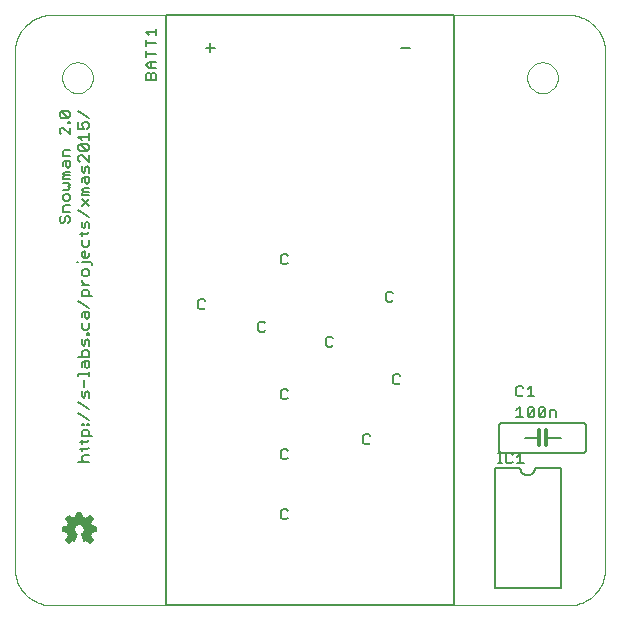
<source format=gto>
G75*
G70*
%OFA0B0*%
%FSLAX24Y24*%
%IPPOS*%
%LPD*%
%AMOC8*
5,1,8,0,0,1.08239X$1,22.5*
%
%ADD10C,0.0000*%
%ADD11C,0.0060*%
%ADD12C,0.0120*%
%ADD13C,0.0050*%
%ADD14C,0.0080*%
D10*
X000559Y001809D02*
X000559Y018994D01*
X000561Y019062D01*
X000566Y019129D01*
X000575Y019196D01*
X000588Y019263D01*
X000605Y019328D01*
X000624Y019393D01*
X000648Y019457D01*
X000675Y019519D01*
X000705Y019580D01*
X000738Y019638D01*
X000774Y019695D01*
X000814Y019750D01*
X000856Y019803D01*
X000902Y019854D01*
X000949Y019901D01*
X001000Y019947D01*
X001053Y019989D01*
X001108Y020029D01*
X001165Y020065D01*
X001223Y020098D01*
X001284Y020128D01*
X001346Y020155D01*
X001410Y020179D01*
X001475Y020198D01*
X001540Y020215D01*
X001607Y020228D01*
X001674Y020237D01*
X001741Y020242D01*
X001809Y020244D01*
X018994Y020244D01*
X019062Y020242D01*
X019129Y020237D01*
X019196Y020228D01*
X019263Y020215D01*
X019328Y020198D01*
X019393Y020179D01*
X019457Y020155D01*
X019519Y020128D01*
X019580Y020098D01*
X019638Y020065D01*
X019695Y020029D01*
X019750Y019989D01*
X019803Y019947D01*
X019854Y019901D01*
X019901Y019854D01*
X019947Y019803D01*
X019989Y019750D01*
X020029Y019695D01*
X020065Y019638D01*
X020098Y019580D01*
X020128Y019519D01*
X020155Y019457D01*
X020179Y019393D01*
X020198Y019328D01*
X020215Y019263D01*
X020228Y019196D01*
X020237Y019129D01*
X020242Y019062D01*
X020244Y018994D01*
X020244Y001809D01*
X020242Y001741D01*
X020237Y001674D01*
X020228Y001607D01*
X020215Y001540D01*
X020198Y001475D01*
X020179Y001410D01*
X020155Y001346D01*
X020128Y001284D01*
X020098Y001223D01*
X020065Y001165D01*
X020029Y001108D01*
X019989Y001053D01*
X019947Y001000D01*
X019901Y000949D01*
X019854Y000902D01*
X019803Y000856D01*
X019750Y000814D01*
X019695Y000774D01*
X019638Y000738D01*
X019580Y000705D01*
X019519Y000675D01*
X019457Y000648D01*
X019393Y000624D01*
X019328Y000605D01*
X019263Y000588D01*
X019196Y000575D01*
X019129Y000566D01*
X019062Y000561D01*
X018994Y000559D01*
X001809Y000559D01*
X001741Y000561D01*
X001674Y000566D01*
X001607Y000575D01*
X001540Y000588D01*
X001475Y000605D01*
X001410Y000624D01*
X001346Y000648D01*
X001284Y000675D01*
X001223Y000705D01*
X001165Y000738D01*
X001108Y000774D01*
X001053Y000814D01*
X001000Y000856D01*
X000949Y000902D01*
X000902Y000949D01*
X000856Y001000D01*
X000814Y001053D01*
X000774Y001108D01*
X000738Y001165D01*
X000705Y001223D01*
X000675Y001284D01*
X000648Y001346D01*
X000624Y001410D01*
X000605Y001475D01*
X000588Y001540D01*
X000575Y001607D01*
X000566Y001674D01*
X000561Y001741D01*
X000559Y001809D01*
X002139Y018151D02*
X002141Y018196D01*
X002147Y018240D01*
X002156Y018284D01*
X002170Y018326D01*
X002187Y018367D01*
X002208Y018407D01*
X002232Y018445D01*
X002259Y018480D01*
X002289Y018513D01*
X002322Y018543D01*
X002357Y018570D01*
X002395Y018594D01*
X002435Y018615D01*
X002476Y018632D01*
X002518Y018646D01*
X002562Y018655D01*
X002606Y018661D01*
X002651Y018663D01*
X002696Y018661D01*
X002740Y018655D01*
X002784Y018646D01*
X002826Y018632D01*
X002867Y018615D01*
X002907Y018594D01*
X002945Y018570D01*
X002980Y018543D01*
X003013Y018513D01*
X003043Y018480D01*
X003070Y018445D01*
X003094Y018407D01*
X003115Y018367D01*
X003132Y018326D01*
X003146Y018284D01*
X003155Y018240D01*
X003161Y018196D01*
X003163Y018151D01*
X003161Y018106D01*
X003155Y018062D01*
X003146Y018018D01*
X003132Y017976D01*
X003115Y017935D01*
X003094Y017895D01*
X003070Y017857D01*
X003043Y017822D01*
X003013Y017789D01*
X002980Y017759D01*
X002945Y017732D01*
X002907Y017708D01*
X002867Y017687D01*
X002826Y017670D01*
X002784Y017656D01*
X002740Y017647D01*
X002696Y017641D01*
X002651Y017639D01*
X002606Y017641D01*
X002562Y017647D01*
X002518Y017656D01*
X002476Y017670D01*
X002435Y017687D01*
X002395Y017708D01*
X002357Y017732D01*
X002322Y017759D01*
X002289Y017789D01*
X002259Y017822D01*
X002232Y017857D01*
X002208Y017895D01*
X002187Y017935D01*
X002170Y017976D01*
X002156Y018018D01*
X002147Y018062D01*
X002141Y018106D01*
X002139Y018151D01*
X017639Y018151D02*
X017641Y018196D01*
X017647Y018240D01*
X017656Y018284D01*
X017670Y018326D01*
X017687Y018367D01*
X017708Y018407D01*
X017732Y018445D01*
X017759Y018480D01*
X017789Y018513D01*
X017822Y018543D01*
X017857Y018570D01*
X017895Y018594D01*
X017935Y018615D01*
X017976Y018632D01*
X018018Y018646D01*
X018062Y018655D01*
X018106Y018661D01*
X018151Y018663D01*
X018196Y018661D01*
X018240Y018655D01*
X018284Y018646D01*
X018326Y018632D01*
X018367Y018615D01*
X018407Y018594D01*
X018445Y018570D01*
X018480Y018543D01*
X018513Y018513D01*
X018543Y018480D01*
X018570Y018445D01*
X018594Y018407D01*
X018615Y018367D01*
X018632Y018326D01*
X018646Y018284D01*
X018655Y018240D01*
X018661Y018196D01*
X018663Y018151D01*
X018661Y018106D01*
X018655Y018062D01*
X018646Y018018D01*
X018632Y017976D01*
X018615Y017935D01*
X018594Y017895D01*
X018570Y017857D01*
X018543Y017822D01*
X018513Y017789D01*
X018480Y017759D01*
X018445Y017732D01*
X018407Y017708D01*
X018367Y017687D01*
X018326Y017670D01*
X018284Y017656D01*
X018240Y017647D01*
X018196Y017641D01*
X018151Y017639D01*
X018106Y017641D01*
X018062Y017647D01*
X018018Y017656D01*
X017976Y017670D01*
X017935Y017687D01*
X017895Y017708D01*
X017857Y017732D01*
X017822Y017759D01*
X017789Y017789D01*
X017759Y017822D01*
X017732Y017857D01*
X017708Y017895D01*
X017687Y017935D01*
X017670Y017976D01*
X017656Y018018D01*
X017647Y018062D01*
X017641Y018106D01*
X017639Y018151D01*
D11*
X013101Y011022D02*
X012988Y011022D01*
X012931Y010965D01*
X012931Y010738D01*
X012988Y010681D01*
X013101Y010681D01*
X013158Y010738D01*
X013158Y010965D02*
X013101Y011022D01*
X011158Y009465D02*
X011101Y009522D01*
X010988Y009522D01*
X010931Y009465D01*
X010931Y009238D01*
X010988Y009181D01*
X011101Y009181D01*
X011158Y009238D01*
X009658Y007715D02*
X009601Y007772D01*
X009488Y007772D01*
X009431Y007715D01*
X009431Y007488D01*
X009488Y007431D01*
X009601Y007431D01*
X009658Y007488D01*
X009601Y005772D02*
X009488Y005772D01*
X009431Y005715D01*
X009431Y005488D01*
X009488Y005431D01*
X009601Y005431D01*
X009658Y005488D01*
X009658Y005715D02*
X009601Y005772D01*
X009601Y003772D02*
X009488Y003772D01*
X009431Y003715D01*
X009431Y003488D01*
X009488Y003431D01*
X009601Y003431D01*
X009658Y003488D01*
X009658Y003715D02*
X009601Y003772D01*
X012181Y005988D02*
X012238Y005931D01*
X012351Y005931D01*
X012408Y005988D01*
X012181Y005988D02*
X012181Y006215D01*
X012238Y006272D01*
X012351Y006272D01*
X012408Y006215D01*
X013238Y007931D02*
X013351Y007931D01*
X013408Y007988D01*
X013238Y007931D02*
X013181Y007988D01*
X013181Y008215D01*
X013238Y008272D01*
X013351Y008272D01*
X013408Y008215D01*
X016551Y005151D02*
X016551Y001151D01*
X018751Y001151D01*
X018751Y005151D01*
X017901Y005151D01*
X017899Y005121D01*
X017894Y005091D01*
X017885Y005062D01*
X017872Y005035D01*
X017857Y005009D01*
X017838Y004985D01*
X017817Y004964D01*
X017793Y004945D01*
X017767Y004930D01*
X017740Y004917D01*
X017711Y004908D01*
X017681Y004903D01*
X017651Y004901D01*
X017621Y004903D01*
X017591Y004908D01*
X017562Y004917D01*
X017535Y004930D01*
X017509Y004945D01*
X017485Y004964D01*
X017464Y004985D01*
X017445Y005009D01*
X017430Y005035D01*
X017417Y005062D01*
X017408Y005091D01*
X017403Y005121D01*
X017401Y005151D01*
X016551Y005151D01*
X016681Y005291D02*
X016795Y005291D01*
X016738Y005291D02*
X016738Y005632D01*
X016681Y005632D02*
X016795Y005632D01*
X016801Y005651D02*
X019501Y005651D01*
X019518Y005653D01*
X019535Y005657D01*
X019551Y005664D01*
X019565Y005674D01*
X019578Y005687D01*
X019588Y005701D01*
X019595Y005717D01*
X019599Y005734D01*
X019601Y005751D01*
X019601Y006551D01*
X019599Y006568D01*
X019595Y006585D01*
X019588Y006601D01*
X019578Y006615D01*
X019565Y006628D01*
X019551Y006638D01*
X019535Y006645D01*
X019518Y006649D01*
X019501Y006651D01*
X016801Y006651D01*
X016784Y006649D01*
X016767Y006645D01*
X016751Y006638D01*
X016737Y006628D01*
X016724Y006615D01*
X016714Y006601D01*
X016707Y006585D01*
X016703Y006568D01*
X016701Y006551D01*
X016701Y005751D01*
X016703Y005734D01*
X016707Y005717D01*
X016714Y005701D01*
X016724Y005687D01*
X016737Y005674D01*
X016751Y005664D01*
X016767Y005657D01*
X016784Y005653D01*
X016801Y005651D01*
X016927Y005575D02*
X016927Y005348D01*
X016983Y005291D01*
X017097Y005291D01*
X017154Y005348D01*
X017295Y005291D02*
X017522Y005291D01*
X017409Y005291D02*
X017409Y005632D01*
X017295Y005518D01*
X017154Y005575D02*
X017097Y005632D01*
X016983Y005632D01*
X016927Y005575D01*
X017551Y006151D02*
X018021Y006151D01*
X018271Y006151D02*
X018751Y006151D01*
X018613Y006831D02*
X018613Y007001D01*
X018556Y007058D01*
X018386Y007058D01*
X018386Y006831D01*
X018245Y006888D02*
X018188Y006831D01*
X018075Y006831D01*
X018018Y006888D01*
X018245Y007115D01*
X018245Y006888D01*
X018245Y007115D02*
X018188Y007172D01*
X018075Y007172D01*
X018018Y007115D01*
X018018Y006888D01*
X017876Y006888D02*
X017820Y006831D01*
X017706Y006831D01*
X017650Y006888D01*
X017876Y007115D01*
X017876Y006888D01*
X017650Y006888D02*
X017650Y007115D01*
X017706Y007172D01*
X017820Y007172D01*
X017876Y007115D01*
X017876Y007531D02*
X017650Y007531D01*
X017763Y007531D02*
X017763Y007872D01*
X017650Y007758D01*
X017508Y007815D02*
X017451Y007872D01*
X017338Y007872D01*
X017281Y007815D01*
X017281Y007588D01*
X017338Y007531D01*
X017451Y007531D01*
X017508Y007588D01*
X017395Y007172D02*
X017395Y006831D01*
X017508Y006831D02*
X017281Y006831D01*
X017281Y007058D02*
X017395Y007172D01*
X009658Y011988D02*
X009601Y011931D01*
X009488Y011931D01*
X009431Y011988D01*
X009431Y012215D01*
X009488Y012272D01*
X009601Y012272D01*
X009658Y012215D01*
X008851Y010022D02*
X008738Y010022D01*
X008681Y009965D01*
X008681Y009738D01*
X008738Y009681D01*
X008851Y009681D01*
X008908Y009738D01*
X008908Y009965D02*
X008851Y010022D01*
X006908Y010488D02*
X006851Y010431D01*
X006738Y010431D01*
X006681Y010488D01*
X006681Y010715D01*
X006738Y010772D01*
X006851Y010772D01*
X006908Y010715D01*
X003135Y010858D02*
X002794Y010858D01*
X002794Y011028D01*
X002851Y011085D01*
X002965Y011085D01*
X003021Y011028D01*
X003021Y010858D01*
X003021Y011227D02*
X002794Y011227D01*
X002794Y011340D02*
X002908Y011227D01*
X002794Y011340D02*
X002794Y011397D01*
X002851Y011534D02*
X002965Y011534D01*
X003021Y011590D01*
X003021Y011704D01*
X002965Y011760D01*
X002851Y011760D01*
X002794Y011704D01*
X002794Y011590D01*
X002851Y011534D01*
X003135Y011902D02*
X003135Y011959D01*
X003078Y012015D01*
X002794Y012015D01*
X002681Y012015D02*
X002624Y012015D01*
X002794Y012204D02*
X002794Y012317D01*
X002851Y012374D01*
X002908Y012374D01*
X002908Y012147D01*
X002965Y012147D02*
X002851Y012147D01*
X002794Y012204D01*
X002965Y012147D02*
X003021Y012204D01*
X003021Y012317D01*
X002965Y012516D02*
X002851Y012516D01*
X002794Y012572D01*
X002794Y012742D01*
X002794Y012884D02*
X002794Y012997D01*
X002738Y012941D02*
X002965Y012941D01*
X003021Y012997D01*
X003021Y013129D02*
X003021Y013300D01*
X002965Y013356D01*
X002908Y013300D01*
X002908Y013186D01*
X002851Y013129D01*
X002794Y013186D01*
X002794Y013356D01*
X003021Y013498D02*
X002681Y013725D01*
X002794Y013866D02*
X003021Y014093D01*
X003021Y014234D02*
X002794Y014234D01*
X002794Y014291D01*
X002851Y014348D01*
X002794Y014404D01*
X002851Y014461D01*
X003021Y014461D01*
X003021Y014348D02*
X002851Y014348D01*
X002794Y014093D02*
X003021Y013866D01*
X002396Y013909D02*
X002226Y013909D01*
X002169Y013852D01*
X002169Y013682D01*
X002396Y013682D01*
X002340Y013541D02*
X002396Y013484D01*
X002396Y013371D01*
X002340Y013314D01*
X002226Y013371D02*
X002226Y013484D01*
X002283Y013541D01*
X002340Y013541D01*
X002226Y013371D02*
X002169Y013314D01*
X002113Y013314D01*
X002056Y013371D01*
X002056Y013484D01*
X002113Y013541D01*
X002226Y014051D02*
X002340Y014051D01*
X002396Y014107D01*
X002396Y014221D01*
X002340Y014277D01*
X002226Y014277D01*
X002169Y014221D01*
X002169Y014107D01*
X002226Y014051D01*
X002169Y014419D02*
X002340Y014419D01*
X002396Y014476D01*
X002340Y014532D01*
X002396Y014589D01*
X002340Y014646D01*
X002169Y014646D01*
X002169Y014787D02*
X002169Y014844D01*
X002226Y014901D01*
X002169Y014957D01*
X002226Y015014D01*
X002396Y015014D01*
X002396Y014901D02*
X002226Y014901D01*
X002169Y014787D02*
X002396Y014787D01*
X002340Y015156D02*
X002283Y015212D01*
X002283Y015382D01*
X002226Y015382D02*
X002396Y015382D01*
X002396Y015212D01*
X002340Y015156D01*
X002169Y015212D02*
X002169Y015326D01*
X002226Y015382D01*
X002169Y015524D02*
X002169Y015694D01*
X002226Y015751D01*
X002396Y015751D01*
X002396Y015524D02*
X002169Y015524D01*
X002681Y015509D02*
X002681Y015396D01*
X002738Y015339D01*
X002794Y015198D02*
X002794Y015028D01*
X002851Y014971D01*
X002908Y015028D01*
X002908Y015141D01*
X002965Y015198D01*
X003021Y015141D01*
X003021Y014971D01*
X003021Y014830D02*
X003021Y014659D01*
X002965Y014603D01*
X002908Y014659D01*
X002908Y014830D01*
X002851Y014830D02*
X003021Y014830D01*
X002851Y014830D02*
X002794Y014773D01*
X002794Y014659D01*
X003021Y015339D02*
X002794Y015566D01*
X002738Y015566D01*
X002681Y015509D01*
X002738Y015708D02*
X002681Y015764D01*
X002681Y015878D01*
X002738Y015934D01*
X002965Y015708D01*
X003021Y015764D01*
X003021Y015878D01*
X002965Y015934D01*
X002738Y015934D01*
X002794Y016076D02*
X002681Y016189D01*
X003021Y016189D01*
X003021Y016076D02*
X003021Y016303D01*
X002965Y016444D02*
X003021Y016501D01*
X003021Y016614D01*
X002965Y016671D01*
X002851Y016671D01*
X002794Y016614D01*
X002794Y016558D01*
X002851Y016444D01*
X002681Y016444D01*
X002681Y016671D01*
X002396Y016685D02*
X002396Y016629D01*
X002340Y016629D01*
X002340Y016685D01*
X002396Y016685D01*
X002340Y016813D02*
X002113Y017040D01*
X002340Y017040D01*
X002396Y016983D01*
X002396Y016870D01*
X002340Y016813D01*
X002113Y016813D01*
X002056Y016870D01*
X002056Y016983D01*
X002113Y017040D01*
X002113Y016487D02*
X002056Y016431D01*
X002056Y016317D01*
X002113Y016260D01*
X002113Y016487D02*
X002169Y016487D01*
X002396Y016260D01*
X002396Y016487D01*
X002681Y017039D02*
X003021Y016813D01*
X002965Y015708D02*
X002738Y015708D01*
X003021Y015566D02*
X003021Y015339D01*
X003021Y012742D02*
X003021Y012572D01*
X002965Y012516D01*
X002681Y010717D02*
X003021Y010490D01*
X003021Y010349D02*
X002851Y010349D01*
X002794Y010292D01*
X002794Y010178D01*
X002908Y010178D02*
X002908Y010349D01*
X003021Y010349D02*
X003021Y010178D01*
X002965Y010122D01*
X002908Y010178D01*
X003021Y009980D02*
X003021Y009810D01*
X002965Y009753D01*
X002851Y009753D01*
X002794Y009810D01*
X002794Y009980D01*
X002965Y009626D02*
X003021Y009626D01*
X003021Y009569D01*
X002965Y009569D01*
X002965Y009626D01*
X002965Y009428D02*
X002908Y009371D01*
X002908Y009258D01*
X002851Y009201D01*
X002794Y009258D01*
X002794Y009428D01*
X002965Y009428D02*
X003021Y009371D01*
X003021Y009201D01*
X002965Y009059D02*
X002851Y009059D01*
X002794Y009003D01*
X002794Y008833D01*
X002681Y008833D02*
X003021Y008833D01*
X003021Y009003D01*
X002965Y009059D01*
X003021Y008691D02*
X002851Y008691D01*
X002794Y008634D01*
X002794Y008521D01*
X002908Y008521D02*
X002908Y008691D01*
X003021Y008691D02*
X003021Y008521D01*
X002965Y008464D01*
X002908Y008521D01*
X003021Y008332D02*
X003021Y008219D01*
X003021Y008276D02*
X002681Y008276D01*
X002681Y008219D01*
X002851Y008077D02*
X002851Y007851D01*
X002794Y007709D02*
X002794Y007539D01*
X002851Y007482D01*
X002908Y007539D01*
X002908Y007652D01*
X002965Y007709D01*
X003021Y007652D01*
X003021Y007482D01*
X003021Y007114D02*
X002681Y007341D01*
X002681Y006972D02*
X003021Y006746D01*
X003021Y006618D02*
X003021Y006561D01*
X002965Y006561D01*
X002965Y006618D01*
X003021Y006618D01*
X002851Y006618D02*
X002851Y006561D01*
X002794Y006561D01*
X002794Y006618D01*
X002851Y006618D01*
X002851Y006420D02*
X002965Y006420D01*
X003021Y006363D01*
X003021Y006193D01*
X003135Y006193D02*
X002794Y006193D01*
X002794Y006363D01*
X002851Y006420D01*
X002794Y006061D02*
X002794Y005948D01*
X002738Y006004D02*
X002965Y006004D01*
X003021Y006061D01*
X003021Y005816D02*
X002965Y005759D01*
X002738Y005759D01*
X002794Y005702D02*
X002794Y005816D01*
X002851Y005561D02*
X003021Y005561D01*
X002851Y005561D02*
X002794Y005504D01*
X002794Y005391D01*
X002851Y005334D01*
X002681Y005334D02*
X003021Y005334D01*
X002771Y003651D02*
X002641Y003651D01*
X002611Y003491D01*
X002491Y003441D01*
X002361Y003531D01*
X002271Y003441D01*
X002361Y003311D01*
X002301Y003181D01*
X002151Y003161D01*
X002151Y003031D01*
X002301Y003001D01*
X002351Y002871D01*
X002271Y002741D01*
X002361Y002651D01*
X002481Y002731D01*
X002531Y002701D01*
X002631Y002931D01*
X002601Y002901D02*
X002551Y002951D01*
X002501Y003101D01*
X002551Y003251D01*
X002701Y003301D01*
X002851Y003251D01*
X002951Y003101D01*
X002851Y002901D01*
X002901Y002751D01*
X002951Y002751D01*
X003051Y002701D01*
X003101Y002751D01*
X003051Y002851D01*
X003051Y003001D01*
X003201Y003051D01*
X003251Y003151D01*
X003101Y003151D01*
X003051Y003301D01*
X003101Y003451D01*
X003051Y003501D01*
X002951Y003401D01*
X002801Y003451D01*
X002751Y003601D01*
X002651Y003601D01*
X002651Y003501D01*
X002501Y003401D01*
X002351Y003501D01*
X002301Y003451D01*
X002401Y003301D01*
X002351Y003151D01*
X002201Y003151D01*
X002201Y003051D01*
X002301Y003051D01*
X002401Y002901D01*
X002301Y002751D01*
X002351Y002701D01*
X002501Y002751D01*
X002601Y002901D01*
X002595Y002908D02*
X002397Y002908D01*
X002367Y002849D02*
X002567Y002849D01*
X002528Y002791D02*
X002327Y002791D01*
X002320Y002732D02*
X002444Y002732D01*
X002358Y002966D02*
X002546Y002966D01*
X002527Y003025D02*
X002319Y003025D01*
X002201Y003083D02*
X002507Y003083D01*
X002515Y003142D02*
X002201Y003142D01*
X002368Y003200D02*
X002534Y003200D01*
X002574Y003259D02*
X002387Y003259D01*
X002390Y003318D02*
X003057Y003318D01*
X003061Y003311D02*
X003111Y003191D01*
X003261Y003161D01*
X003261Y003031D01*
X003121Y003001D01*
X003061Y002871D01*
X003151Y002741D01*
X003061Y002651D01*
X002941Y002731D01*
X002881Y002701D01*
X002791Y002931D01*
X002854Y002908D02*
X003051Y002908D01*
X003051Y002966D02*
X002884Y002966D01*
X002913Y003025D02*
X003122Y003025D01*
X003217Y003083D02*
X002942Y003083D01*
X002924Y003142D02*
X003247Y003142D01*
X003085Y003200D02*
X002885Y003200D01*
X002828Y003259D02*
X003065Y003259D01*
X003061Y003311D02*
X003151Y003441D01*
X003061Y003531D01*
X002921Y003441D01*
X002801Y003491D01*
X002771Y003651D01*
X002768Y003552D02*
X002651Y003552D01*
X002639Y003493D02*
X002787Y003493D01*
X002851Y003435D02*
X002551Y003435D01*
X002451Y003435D02*
X002312Y003435D01*
X002343Y003493D02*
X002363Y003493D01*
X002351Y003376D02*
X003076Y003376D01*
X003096Y003435D02*
X002985Y003435D01*
X003043Y003493D02*
X003059Y003493D01*
X002791Y002931D02*
X002813Y002944D01*
X002833Y002960D01*
X002851Y002979D01*
X002866Y003001D01*
X002877Y003024D01*
X002885Y003049D01*
X002889Y003074D01*
X002890Y003100D01*
X002887Y003126D01*
X002880Y003151D01*
X002869Y003174D01*
X002856Y003196D01*
X002839Y003216D01*
X002820Y003233D01*
X002798Y003248D01*
X002774Y003258D01*
X002750Y003266D01*
X002724Y003270D01*
X002698Y003270D01*
X002672Y003266D01*
X002648Y003258D01*
X002624Y003248D01*
X002602Y003233D01*
X002583Y003216D01*
X002566Y003196D01*
X002553Y003174D01*
X002542Y003151D01*
X002535Y003126D01*
X002532Y003100D01*
X002533Y003074D01*
X002537Y003049D01*
X002545Y003024D01*
X002556Y003001D01*
X002571Y002979D01*
X002589Y002960D01*
X002609Y002944D01*
X002631Y002931D01*
X002869Y002849D02*
X003052Y002849D01*
X003082Y002791D02*
X002888Y002791D01*
X002990Y002732D02*
X003082Y002732D01*
X004931Y018090D02*
X004931Y018260D01*
X004988Y018317D01*
X005044Y018317D01*
X005101Y018260D01*
X005101Y018090D01*
X005101Y018260D02*
X005158Y018317D01*
X005215Y018317D01*
X005271Y018260D01*
X005271Y018090D01*
X004931Y018090D01*
X005044Y018458D02*
X004931Y018571D01*
X005044Y018685D01*
X005271Y018685D01*
X005101Y018685D02*
X005101Y018458D01*
X005044Y018458D02*
X005271Y018458D01*
X004931Y018826D02*
X004931Y019053D01*
X004931Y018940D02*
X005271Y018940D01*
X005271Y019308D02*
X004931Y019308D01*
X004931Y019195D02*
X004931Y019421D01*
X005044Y019563D02*
X004931Y019676D01*
X005271Y019676D01*
X005271Y019563D02*
X005271Y019790D01*
D12*
X018021Y006401D02*
X018021Y006151D01*
X018021Y005901D01*
X018271Y005901D02*
X018271Y006151D01*
X018271Y006401D01*
D13*
X015204Y000559D02*
X015204Y020244D01*
X005598Y020244D01*
X005598Y000559D01*
X015204Y000559D01*
D14*
X007081Y019011D02*
X007081Y019292D01*
X006941Y019151D02*
X007221Y019151D01*
X013441Y019151D02*
X013721Y019151D01*
M02*

</source>
